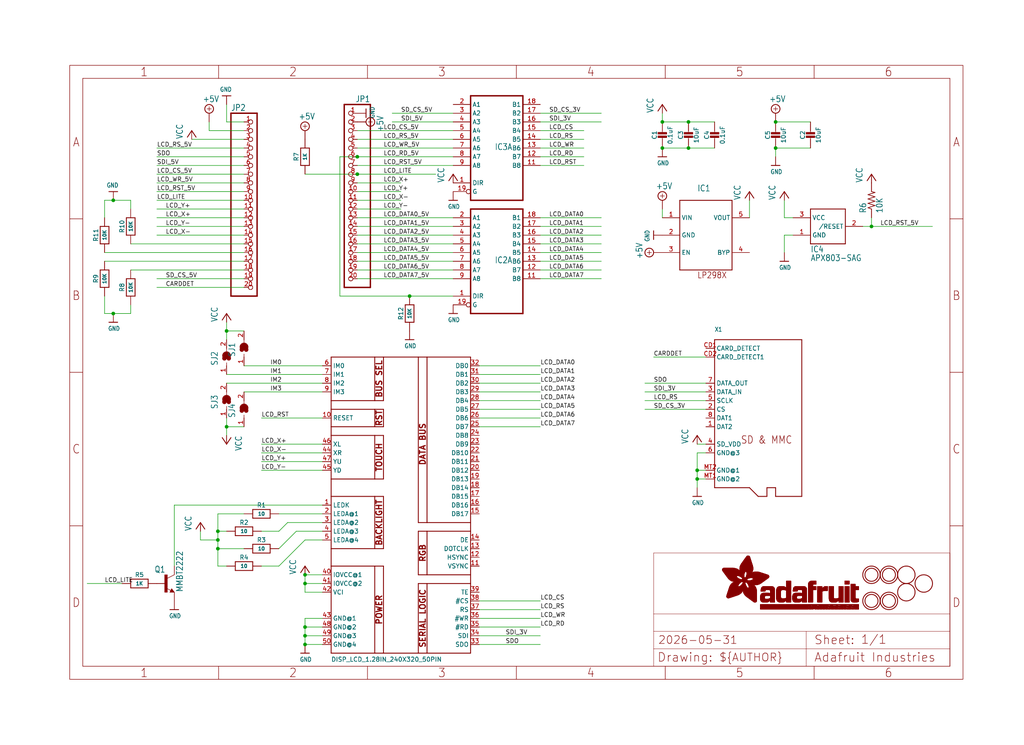
<source format=kicad_sch>
(kicad_sch (version 20230121) (generator eeschema)
  (paper "User" 298.45 217.322)
  (lib_symbols
    (symbol "working-eagle-import:+5V" (power)
      (property "Value" "+5V" (at -1.905 3.175 0))
      (symbol "+5V_1_0"
        (pin power_in line (at 0 -2.54 90) (length 2.54) (name "+5V") (number "1"))
      )
    )
    (symbol "working-eagle-import:-NPN-SOT23-BEC"
      (property "Reference" "T" (at -10.16 7.62 0))
      (symbol "-NPN-SOT23-BEC_1_0"
        (pin passive line (at -2.54 0 0) (length 2.54) (name "B") (number "B"))
        (pin passive line (at 2.54 5.08 270) (length 2.54) (name "C") (number "C"))
        (pin passive line (at 2.54 -5.08 90) (length 2.54) (name "E") (number "E"))
      )
    )
    (symbol "working-eagle-import:74245DW"
      (property "Reference" "IC" (at -0.635 -0.635 0))
      (symbol "74245DW_1_0"
        (pin input line (at -12.7 -10.16 0) (length 5.08) (name "DIR") (number "1"))
        (pin bidirectional line (at 12.7 -5.08 180) (length 5.08) (name "B8") (number "11"))
        (pin bidirectional line (at 12.7 -2.54 180) (length 5.08) (name "B7") (number "12"))
        (pin bidirectional line (at 12.7 0 180) (length 5.08) (name "B6") (number "13"))
        (pin bidirectional line (at 12.7 2.54 180) (length 5.08) (name "B5") (number "14"))
        (pin bidirectional line (at 12.7 5.08 180) (length 5.08) (name "B4") (number "15"))
        (pin bidirectional line (at 12.7 7.62 180) (length 5.08) (name "B3") (number "16"))
        (pin bidirectional line (at 12.7 10.16 180) (length 5.08) (name "B2") (number "17"))
        (pin bidirectional line (at 12.7 12.7 180) (length 5.08) (name "B1") (number "18"))
        (pin input inverted (at -12.7 -12.7 0) (length 5.08) (name "G") (number "19"))
        (pin bidirectional line (at -12.7 12.7 0) (length 5.08) (name "A1") (number "2"))
        (pin bidirectional line (at -12.7 10.16 0) (length 5.08) (name "A2") (number "3"))
        (pin bidirectional line (at -12.7 7.62 0) (length 5.08) (name "A3") (number "4"))
        (pin bidirectional line (at -12.7 5.08 0) (length 5.08) (name "A4") (number "5"))
        (pin bidirectional line (at -12.7 2.54 0) (length 5.08) (name "A5") (number "6"))
        (pin bidirectional line (at -12.7 0 0) (length 5.08) (name "A6") (number "7"))
        (pin bidirectional line (at -12.7 -2.54 0) (length 5.08) (name "A7") (number "8"))
        (pin bidirectional line (at -12.7 -5.08 0) (length 5.08) (name "A8") (number "9"))
      )
      (symbol "74245DW_2_0"
        (text "GND" (at 1.905 -5.842 900) (effects (font (size 1.27 1.0795)) (justify left bottom)))
        (text "VCC" (at 1.905 2.54 900) (effects (font (size 1.27 1.0795)) (justify left bottom)))
        (pin power_in line (at 0 -7.62 90) (length 5.08) (name "GND") (number "10"))
        (pin power_in line (at 0 7.62 270) (length 5.08) (name "VCC") (number "20"))
      )
    )
    (symbol "working-eagle-import:AXP083-SAG"
      (property "Reference" "IC" (at -5.08 -7.62 0))
      (symbol "AXP083-SAG_1_0"
        (pin power_in line (at -10.16 -2.54 0) (length 5.08) (name "GND") (number "1"))
        (pin output line (at 10.16 0 180) (length 5.08) (name "/RESET") (number "2"))
        (pin power_in line (at -10.16 2.54 0) (length 5.08) (name "VCC") (number "3"))
      )
    )
    (symbol "working-eagle-import:CAP_CERAMIC0805-NOOUTLINE"
      (property "Reference" "C" (at -2.29 1.25 90))
      (symbol "CAP_CERAMIC0805-NOOUTLINE_1_0"
        (pin passive line (at 0 5.08 270) (length 2.54) (name "1") (number "1"))
        (pin passive line (at 0 -2.54 90) (length 2.54) (name "2") (number "2"))
      )
    )
    (symbol "working-eagle-import:DISP_LCD_1.28IN_240X320_50PIN"
      (symbol "DISP_LCD_1.28IN_240X320_50PIN_1_0"
        (text "BACKLIGHT" (at -6.35 -7.62 900) (effects (font (size 1.6764 1.6764) (thickness 0.3353) bold)))
        (text "BUS SEL" (at -6.35 34.29 900) (effects (font (size 1.6764 1.6764) (thickness 0.3353) bold)))
        (text "DATA BUS" (at 6.35 15.24 900) (effects (font (size 1.6764 1.6764) (thickness 0.3353) bold)))
        (text "POWER" (at -6.35 -33.02 900) (effects (font (size 1.6764 1.6764) (thickness 0.3353) bold)))
        (text "RGB" (at 6.35 -16.51 900) (effects (font (size 1.6764 1.6764) (thickness 0.3353) bold)))
        (text "RST" (at -6.35 22.86 900) (effects (font (size 1.6764 1.6764) (thickness 0.3353) bold)))
        (text "SERIAL LOGIC" (at 6.35 -35.56 900) (effects (font (size 1.6764 1.6764) (thickness 0.3353) bold)))
        (text "TOUCH" (at -6.35 11.43 900) (effects (font (size 1.6764 1.6764) (thickness 0.3353) bold)))
        (pin bidirectional line (at -22.86 -2.54 0) (length 2.54) (name "LEDK") (number "1"))
        (pin bidirectional line (at -22.86 22.86 0) (length 2.54) (name "RESET") (number "10"))
        (pin bidirectional line (at 22.86 -20.32 180) (length 2.54) (name "VSYNC") (number "11"))
        (pin bidirectional line (at 22.86 -17.78 180) (length 2.54) (name "HSYNC") (number "12"))
        (pin bidirectional line (at 22.86 -15.24 180) (length 2.54) (name "DOTCLK") (number "13"))
        (pin bidirectional line (at 22.86 -12.7 180) (length 2.54) (name "DE") (number "14"))
        (pin bidirectional line (at 22.86 -5.08 180) (length 2.54) (name "DB17") (number "15"))
        (pin bidirectional line (at 22.86 -2.54 180) (length 2.54) (name "DB16") (number "16"))
        (pin bidirectional line (at 22.86 0 180) (length 2.54) (name "DB15") (number "17"))
        (pin bidirectional line (at 22.86 2.54 180) (length 2.54) (name "DB14") (number "18"))
        (pin bidirectional line (at 22.86 5.08 180) (length 2.54) (name "DB13") (number "19"))
        (pin bidirectional line (at -22.86 -5.08 0) (length 2.54) (name "LEDA@1") (number "2"))
        (pin bidirectional line (at 22.86 7.62 180) (length 2.54) (name "DB12") (number "20"))
        (pin bidirectional line (at 22.86 10.16 180) (length 2.54) (name "DB11") (number "21"))
        (pin bidirectional line (at 22.86 12.7 180) (length 2.54) (name "DB10") (number "22"))
        (pin bidirectional line (at 22.86 15.24 180) (length 2.54) (name "DB9") (number "23"))
        (pin bidirectional line (at 22.86 17.78 180) (length 2.54) (name "DB8") (number "24"))
        (pin bidirectional line (at 22.86 20.32 180) (length 2.54) (name "DB7") (number "25"))
        (pin bidirectional line (at 22.86 22.86 180) (length 2.54) (name "DB6") (number "26"))
        (pin bidirectional line (at 22.86 25.4 180) (length 2.54) (name "DB5") (number "27"))
        (pin bidirectional line (at 22.86 27.94 180) (length 2.54) (name "DB4") (number "28"))
        (pin bidirectional line (at 22.86 30.48 180) (length 2.54) (name "DB3") (number "29"))
        (pin bidirectional line (at -22.86 -7.62 0) (length 2.54) (name "LEDA@2") (number "3"))
        (pin bidirectional line (at 22.86 33.02 180) (length 2.54) (name "DB2") (number "30"))
        (pin bidirectional line (at 22.86 35.56 180) (length 2.54) (name "DB1") (number "31"))
        (pin bidirectional line (at 22.86 38.1 180) (length 2.54) (name "DB0") (number "32"))
        (pin bidirectional line (at 22.86 -43.18 180) (length 2.54) (name "SDO") (number "33"))
        (pin bidirectional line (at 22.86 -40.64 180) (length 2.54) (name "SDI") (number "34"))
        (pin bidirectional line (at 22.86 -38.1 180) (length 2.54) (name "#RD") (number "35"))
        (pin bidirectional line (at 22.86 -35.56 180) (length 2.54) (name "#WR") (number "36"))
        (pin bidirectional line (at 22.86 -33.02 180) (length 2.54) (name "RS") (number "37"))
        (pin bidirectional line (at 22.86 -30.48 180) (length 2.54) (name "#CS") (number "38"))
        (pin bidirectional line (at 22.86 -27.94 180) (length 2.54) (name "TE") (number "39"))
        (pin bidirectional line (at -22.86 -10.16 0) (length 2.54) (name "LEDA@3") (number "4"))
        (pin bidirectional line (at -22.86 -22.86 0) (length 2.54) (name "IOVCC@1") (number "40"))
        (pin bidirectional line (at -22.86 -25.4 0) (length 2.54) (name "IOVCC@2") (number "41"))
        (pin bidirectional line (at -22.86 -27.94 0) (length 2.54) (name "VCI") (number "42"))
        (pin bidirectional line (at -22.86 -35.56 0) (length 2.54) (name "GND@1") (number "43"))
        (pin bidirectional line (at -22.86 12.7 0) (length 2.54) (name "XR") (number "44"))
        (pin bidirectional line (at -22.86 7.62 0) (length 2.54) (name "YD") (number "45"))
        (pin bidirectional line (at -22.86 15.24 0) (length 2.54) (name "XL") (number "46"))
        (pin bidirectional line (at -22.86 10.16 0) (length 2.54) (name "YU") (number "47"))
        (pin bidirectional line (at -22.86 -38.1 0) (length 2.54) (name "GND@2") (number "48"))
        (pin bidirectional line (at -22.86 -40.64 0) (length 2.54) (name "GND@3") (number "49"))
        (pin bidirectional line (at -22.86 -12.7 0) (length 2.54) (name "LEDA@4") (number "5"))
        (pin bidirectional line (at -22.86 -43.18 0) (length 2.54) (name "GND@4") (number "50"))
        (pin bidirectional line (at -22.86 38.1 0) (length 2.54) (name "IM0") (number "6"))
        (pin bidirectional line (at -22.86 35.56 0) (length 2.54) (name "IM1") (number "7"))
        (pin bidirectional line (at -22.86 33.02 0) (length 2.54) (name "IM2") (number "8"))
        (pin bidirectional line (at -22.86 30.48 0) (length 2.54) (name "IM3") (number "9"))
      )
    )
    (symbol "working-eagle-import:FIDUCIAL")
    (symbol "working-eagle-import:FRAME_A4_ADAFRUIT"
      (symbol "FRAME_A4_ADAFRUIT_1_0"
        (text "${#}/${##}" (at 230.505 10.16 0) (effects (font (size 2.54 2.54)) (justify left bottom)))
        (text "${AUTHOR}" (at 189.23 5.08 0) (effects (font (size 2.286 2.286)) (justify left bottom)))
        (text "${CURRENT_DATE}" (at 171.45 10.16 0) (effects (font (size 2.286 2.286)) (justify left bottom)))
        (text "${PROJECTNAME}" (at 171.45 15.24 0) (effects (font (size 2.54 2.54)) (justify left bottom)))
        (text "1" (at 21.6958 1.905 0) (effects (font (size 2.54 2.286))))
        (text "1" (at 21.6958 177.165 0) (effects (font (size 2.54 2.286))))
        (text "2" (at 65.0875 1.905 0) (effects (font (size 2.54 2.286))))
        (text "2" (at 65.0875 177.165 0) (effects (font (size 2.54 2.286))))
        (text "3" (at 108.4792 1.905 0) (effects (font (size 2.54 2.286))))
        (text "3" (at 108.4792 177.165 0) (effects (font (size 2.54 2.286))))
        (text "4" (at 151.8708 1.905 0) (effects (font (size 2.54 2.286))))
        (text "4" (at 151.8708 177.165 0) (effects (font (size 2.54 2.286))))
        (text "5" (at 195.2625 1.905 0) (effects (font (size 2.54 2.286))))
        (text "5" (at 195.2625 177.165 0) (effects (font (size 2.54 2.286))))
        (text "6" (at 238.6542 1.905 0) (effects (font (size 2.54 2.286))))
        (text "6" (at 238.6542 177.165 0) (effects (font (size 2.54 2.286))))
        (text "A" (at 1.905 156.6863 0) (effects (font (size 2.54 2.286))))
        (text "A" (at 258.445 156.6863 0) (effects (font (size 2.54 2.286))))
        (text "Adafruit Industries" (at 216.916 4.953 0) (effects (font (size 2.54 2.54)) (justify left bottom)))
        (text "B" (at 1.905 111.9188 0) (effects (font (size 2.54 2.286))))
        (text "B" (at 258.445 111.9188 0) (effects (font (size 2.54 2.286))))
        (text "C" (at 1.905 67.1513 0) (effects (font (size 2.54 2.286))))
        (text "C" (at 258.445 67.1513 0) (effects (font (size 2.54 2.286))))
        (text "D" (at 1.905 22.3838 0) (effects (font (size 2.54 2.286))))
        (text "D" (at 258.445 22.3838 0) (effects (font (size 2.54 2.286))))
        (text "Drawing:" (at 171.196 4.953 0) (effects (font (size 2.54 2.54)) (justify left bottom)))
        (text "Sheet:" (at 216.916 10.033 0) (effects (font (size 2.54 2.54)) (justify left bottom)))
      )
    )
    (symbol "working-eagle-import:GND" (power)
      (property "Value" "GND" (at -1.524 -2.54 0))
      (symbol "GND_1_0"
        (pin power_in line (at 0 2.54 270) (length 2.54) (name "GND") (number "1"))
      )
    )
    (symbol "working-eagle-import:HEADER-1X20ROUND"
      (property "Reference" "JP" (at -6.35 26.035 0))
      (symbol "HEADER-1X20ROUND_1_0"
        (pin passive inverted (at -2.54 22.86 0) (length 2.54) (name "1") (number "1"))
        (pin passive inverted (at -2.54 0 0) (length 2.54) (name "10") (number "10"))
        (pin passive inverted (at -2.54 -2.54 0) (length 2.54) (name "11") (number "11"))
        (pin passive inverted (at -2.54 -5.08 0) (length 2.54) (name "12") (number "12"))
        (pin passive inverted (at -2.54 -7.62 0) (length 2.54) (name "13") (number "13"))
        (pin passive inverted (at -2.54 -10.16 0) (length 2.54) (name "14") (number "14"))
        (pin passive inverted (at -2.54 -12.7 0) (length 2.54) (name "15") (number "15"))
        (pin passive inverted (at -2.54 -15.24 0) (length 2.54) (name "16") (number "16"))
        (pin passive inverted (at -2.54 -17.78 0) (length 2.54) (name "17") (number "17"))
        (pin passive inverted (at -2.54 -20.32 0) (length 2.54) (name "18") (number "18"))
        (pin passive inverted (at -2.54 -22.86 0) (length 2.54) (name "19") (number "19"))
        (pin passive inverted (at -2.54 20.32 0) (length 2.54) (name "2") (number "2"))
        (pin passive inverted (at -2.54 -25.4 0) (length 2.54) (name "20") (number "20"))
        (pin passive inverted (at -2.54 17.78 0) (length 2.54) (name "3") (number "3"))
        (pin passive inverted (at -2.54 15.24 0) (length 2.54) (name "4") (number "4"))
        (pin passive inverted (at -2.54 12.7 0) (length 2.54) (name "5") (number "5"))
        (pin passive inverted (at -2.54 10.16 0) (length 2.54) (name "6") (number "6"))
        (pin passive inverted (at -2.54 7.62 0) (length 2.54) (name "7") (number "7"))
        (pin passive inverted (at -2.54 5.08 0) (length 2.54) (name "8") (number "8"))
        (pin passive inverted (at -2.54 2.54 0) (length 2.54) (name "9") (number "9"))
      )
    )
    (symbol "working-eagle-import:LP298XS"
      (property "Reference" "IC" (at -12.7 -5.08 90))
      (symbol "LP298XS_1_0"
        (text "LP298X" (at 12.7 -5.08 900) (effects (font (size 1.778 1.5113)) (justify left bottom)))
        (pin bidirectional line (at -5.08 -15.24 90) (length 5.08) (name "VIN") (number "1"))
        (pin bidirectional line (at 0 -15.24 90) (length 5.08) (name "GND") (number "2"))
        (pin bidirectional line (at 5.08 -15.24 90) (length 5.08) (name "EN") (number "3"))
        (pin bidirectional line (at 5.08 10.16 270) (length 5.08) (name "BYP") (number "4"))
        (pin bidirectional line (at -5.08 10.16 270) (length 5.08) (name "VOUT") (number "5"))
      )
    )
    (symbol "working-eagle-import:MICROSD"
      (property "Reference" "X" (at -12.7 22.606 0))
      (symbol "MICROSD_1_0"
        (text "SD & MMC" (at -5.08 -10.16 0) (effects (font (size 2.1844 1.8567)) (justify left bottom)))
        (pin bidirectional line (at -15.24 -5.08 0) (length 2.54) (name "DAT2") (number "1"))
        (pin input line (at -15.24 0 0) (length 2.54) (name "CS") (number "2"))
        (pin input line (at -15.24 5.08 0) (length 2.54) (name "DATA_IN") (number "3"))
        (pin power_in line (at -15.24 -10.16 0) (length 2.54) (name "SD_VDD") (number "4"))
        (pin input line (at -15.24 2.54 0) (length 2.54) (name "SCLK") (number "5"))
        (pin power_in line (at -15.24 -12.7 0) (length 2.54) (name "GND@3") (number "6"))
        (pin output line (at -15.24 7.62 0) (length 2.54) (name "DATA_OUT") (number "7"))
        (pin bidirectional line (at -15.24 -2.54 0) (length 2.54) (name "DAT1") (number "8"))
        (pin passive line (at -15.24 17.78 0) (length 2.54) (name "CARD_DETECT") (number "CD1"))
        (pin passive line (at -15.24 15.24 0) (length 2.54) (name "CARD_DETECT1") (number "CD2"))
        (pin power_in line (at -15.24 -20.32 0) (length 2.54) (name "GND@2") (number "MT1"))
        (pin power_in line (at -15.24 -17.78 0) (length 2.54) (name "GND@1") (number "MT2"))
      )
    )
    (symbol "working-eagle-import:MOUNTINGHOLE3.0THIN")
    (symbol "working-eagle-import:R-US_R0805"
      (property "Reference" "R" (at -3.81 1.4986 0))
      (symbol "R-US_R0805_1_0"
        (pin passive line (at -5.08 0 0) (length 2.54) (name "1") (number "1"))
        (pin passive line (at 5.08 0 180) (length 2.54) (name "2") (number "2"))
      )
    )
    (symbol "working-eagle-import:RESISTOR0805_NOOUTLINE"
      (property "Reference" "R" (at 0 2.54 0))
      (symbol "RESISTOR0805_NOOUTLINE_1_0"
        (pin passive line (at -5.08 0 0) (length 2.54) (name "1") (number "1"))
        (pin passive line (at 5.08 0 180) (length 2.54) (name "2") (number "2"))
      )
    )
    (symbol "working-eagle-import:SOLDERJUMPER"
      (property "Reference" "SJ" (at -2.54 2.54 0))
      (symbol "SOLDERJUMPER_1_0"
        (pin passive line (at -5.08 0 0) (length 2.54) (name "1") (number "1"))
        (pin passive line (at 5.08 0 180) (length 2.54) (name "2") (number "2"))
      )
    )
    (symbol "working-eagle-import:VCC" (power)
      (property "Value" "VCC" (at -2.54 -2.54 90))
      (symbol "VCC_1_0"
        (pin power_in line (at 0 -2.54 90) (length 2.54) (name "VCC") (number "1"))
      )
    )
  )
  (junction (at 66.04 96.52))
  (junction (at 33.02 58.42))
  (junction (at 33.02 91.44))
  (junction (at 200.66 43.18))
  (junction (at 226.06 35.56))
  (junction (at 88.9 187.96))
  (junction (at 66.04 124.46))
  (junction (at 104.14 45.72))
  (junction (at 254 66.04))
  (junction (at 203.2 137.16))
  (junction (at 63.5 154.94))
  (junction (at 203.2 139.7))
  (junction (at 88.9 167.64))
  (junction (at 88.9 170.18))
  (junction (at 193.04 35.56))
  (junction (at 200.66 35.56))
  (junction (at 104.14 50.8))
  (junction (at 119.38 86.36))
  (junction (at 226.06 43.18))
  (junction (at 63.5 157.48))
  (junction (at 88.9 185.42))
  (junction (at 88.9 182.88))
  (junction (at 63.5 160.02))
  (junction (at 193.04 43.18))
  (wire (pts (xy 175.26 81.28) (xy 157.48 81.28)) (stroke (width 0.1524)))
  (wire (pts (xy 81.28 160.02) (xy 86.36 154.94)) (stroke (width 0.1524)))
  (wire (pts (xy 175.26 68.58) (xy 157.48 68.58)) (stroke (width 0.1524)))
  (wire (pts (xy 71.12 124.46) (xy 66.04 124.46)) (stroke (width 0.1524)))
  (wire (pts (xy 71.12 68.58) (xy 45.72 68.58)) (stroke (width 0.1524)))
  (wire (pts (xy 30.48 76.2) (xy 71.12 76.2)) (stroke (width 0.1524)))
  (wire (pts (xy 157.48 35.56) (xy 175.26 35.56)) (stroke (width 0.1524)))
  (wire (pts (xy 63.5 165.1) (xy 63.5 160.02)) (stroke (width 0.1524)))
  (wire (pts (xy 55.88 40.64) (xy 71.12 40.64)) (stroke (width 0.1524)))
  (wire (pts (xy 38.1 71.12) (xy 71.12 71.12)) (stroke (width 0.1524)))
  (wire (pts (xy 104.14 48.26) (xy 132.08 48.26)) (stroke (width 0.1524)))
  (wire (pts (xy 139.7 187.96) (xy 157.48 187.96)) (stroke (width 0.1524)))
  (wire (pts (xy 33.02 58.42) (xy 30.48 58.42)) (stroke (width 0.1524)))
  (wire (pts (xy 88.9 185.42) (xy 93.98 185.42)) (stroke (width 0.1524)))
  (wire (pts (xy 45.72 43.18) (xy 71.12 43.18)) (stroke (width 0.1524)))
  (wire (pts (xy 175.26 66.04) (xy 157.48 66.04)) (stroke (width 0.1524)))
  (wire (pts (xy 203.2 132.08) (xy 203.2 137.16)) (stroke (width 0.1524)))
  (wire (pts (xy 86.36 154.94) (xy 93.98 154.94)) (stroke (width 0.1524)))
  (wire (pts (xy 231.14 63.5) (xy 228.6 63.5)) (stroke (width 0.1524)))
  (wire (pts (xy 200.66 35.56) (xy 193.04 35.56)) (stroke (width 0.1524)))
  (wire (pts (xy 71.12 78.74) (xy 38.1 78.74)) (stroke (width 0.1524)))
  (wire (pts (xy 81.28 154.94) (xy 83.82 152.4)) (stroke (width 0.1524)))
  (wire (pts (xy 93.98 137.16) (xy 76.2 137.16)) (stroke (width 0.1524)))
  (wire (pts (xy 157.48 38.1) (xy 170.18 38.1)) (stroke (width 0.1524)))
  (wire (pts (xy 228.6 73.66) (xy 228.6 68.58)) (stroke (width 0.1524)))
  (wire (pts (xy 104.14 38.1) (xy 132.08 38.1)) (stroke (width 0.1524)))
  (wire (pts (xy 76.2 165.1) (xy 81.28 165.1)) (stroke (width 0.1524)))
  (wire (pts (xy 114.3 33.02) (xy 132.08 33.02)) (stroke (width 0.1524)))
  (wire (pts (xy 205.74 116.84) (xy 187.96 116.84)) (stroke (width 0.1524)))
  (wire (pts (xy 175.26 63.5) (xy 157.48 63.5)) (stroke (width 0.1524)))
  (wire (pts (xy 175.26 71.12) (xy 157.48 71.12)) (stroke (width 0.1524)))
  (wire (pts (xy 58.42 157.48) (xy 63.5 157.48)) (stroke (width 0.1524)))
  (wire (pts (xy 226.06 35.56) (xy 236.22 35.56)) (stroke (width 0.1524)))
  (wire (pts (xy 139.7 175.26) (xy 157.48 175.26)) (stroke (width 0.1524)))
  (wire (pts (xy 139.7 124.46) (xy 157.48 124.46)) (stroke (width 0.1524)))
  (wire (pts (xy 66.04 93.98) (xy 66.04 96.52)) (stroke (width 0.1524)))
  (wire (pts (xy 71.12 63.5) (xy 45.72 63.5)) (stroke (width 0.1524)))
  (wire (pts (xy 81.28 165.1) (xy 88.9 157.48)) (stroke (width 0.1524)))
  (wire (pts (xy 66.04 109.22) (xy 93.98 109.22)) (stroke (width 0.1524)))
  (wire (pts (xy 93.98 129.54) (xy 76.2 129.54)) (stroke (width 0.1524)))
  (wire (pts (xy 71.12 60.96) (xy 45.72 60.96)) (stroke (width 0.1524)))
  (wire (pts (xy 139.7 180.34) (xy 157.48 180.34)) (stroke (width 0.1524)))
  (wire (pts (xy 33.02 91.44) (xy 38.1 91.44)) (stroke (width 0.1524)))
  (wire (pts (xy 45.72 55.88) (xy 71.12 55.88)) (stroke (width 0.1524)))
  (wire (pts (xy 66.04 124.46) (xy 66.04 121.92)) (stroke (width 0.1524)))
  (wire (pts (xy 200.66 35.56) (xy 208.28 35.56)) (stroke (width 0.1524)))
  (wire (pts (xy 83.82 152.4) (xy 93.98 152.4)) (stroke (width 0.1524)))
  (wire (pts (xy 187.96 119.38) (xy 205.74 119.38)) (stroke (width 0.1524)))
  (wire (pts (xy 205.74 129.54) (xy 203.2 129.54)) (stroke (width 0.1524)))
  (wire (pts (xy 66.04 165.1) (xy 63.5 165.1)) (stroke (width 0.1524)))
  (wire (pts (xy 63.5 149.86) (xy 71.12 149.86)) (stroke (width 0.1524)))
  (wire (pts (xy 81.28 149.86) (xy 93.98 149.86)) (stroke (width 0.1524)))
  (wire (pts (xy 205.74 114.3) (xy 187.96 114.3)) (stroke (width 0.1524)))
  (wire (pts (xy 35.56 170.18) (xy 25.4 170.18)) (stroke (width 0.1524)))
  (wire (pts (xy 88.9 182.88) (xy 88.9 185.42)) (stroke (width 0.1524)))
  (wire (pts (xy 139.7 119.38) (xy 157.48 119.38)) (stroke (width 0.1524)))
  (wire (pts (xy 104.14 50.8) (xy 127 50.8)) (stroke (width 0.1524)))
  (wire (pts (xy 132.08 86.36) (xy 119.38 86.36)) (stroke (width 0.1524)))
  (wire (pts (xy 45.72 81.28) (xy 71.12 81.28)) (stroke (width 0.1524)))
  (wire (pts (xy 93.98 114.3) (xy 71.12 114.3)) (stroke (width 0.1524)))
  (wire (pts (xy 157.48 48.26) (xy 170.18 48.26)) (stroke (width 0.1524)))
  (wire (pts (xy 132.08 35.56) (xy 114.3 35.56)) (stroke (width 0.1524)))
  (wire (pts (xy 88.9 180.34) (xy 88.9 182.88)) (stroke (width 0.1524)))
  (wire (pts (xy 58.42 154.94) (xy 58.42 157.48)) (stroke (width 0.1524)))
  (wire (pts (xy 38.1 58.42) (xy 33.02 58.42)) (stroke (width 0.1524)))
  (wire (pts (xy 193.04 33.02) (xy 193.04 35.56)) (stroke (width 0.1524)))
  (wire (pts (xy 193.04 43.18) (xy 200.66 43.18)) (stroke (width 0.1524)))
  (wire (pts (xy 93.98 111.76) (xy 66.04 111.76)) (stroke (width 0.1524)))
  (wire (pts (xy 50.8 147.32) (xy 93.98 147.32)) (stroke (width 0.1524)))
  (wire (pts (xy 132.08 76.2) (xy 104.14 76.2)) (stroke (width 0.1524)))
  (wire (pts (xy 208.28 43.18) (xy 200.66 43.18)) (stroke (width 0.1524)))
  (wire (pts (xy 30.48 86.36) (xy 30.48 91.44)) (stroke (width 0.1524)))
  (wire (pts (xy 175.26 76.2) (xy 157.48 76.2)) (stroke (width 0.1524)))
  (wire (pts (xy 226.06 45.72) (xy 226.06 43.18)) (stroke (width 0.1524)))
  (wire (pts (xy 132.08 66.04) (xy 104.14 66.04)) (stroke (width 0.1524)))
  (wire (pts (xy 38.1 60.96) (xy 38.1 58.42)) (stroke (width 0.1524)))
  (wire (pts (xy 205.74 132.08) (xy 203.2 132.08)) (stroke (width 0.1524)))
  (wire (pts (xy 88.9 172.72) (xy 88.9 170.18)) (stroke (width 0.1524)))
  (wire (pts (xy 63.5 160.02) (xy 71.12 160.02)) (stroke (width 0.1524)))
  (wire (pts (xy 93.98 134.62) (xy 76.2 134.62)) (stroke (width 0.1524)))
  (wire (pts (xy 71.12 35.56) (xy 66.04 35.56)) (stroke (width 0.1524)))
  (wire (pts (xy 132.08 71.12) (xy 104.14 71.12)) (stroke (width 0.1524)))
  (wire (pts (xy 66.04 127) (xy 66.04 124.46)) (stroke (width 0.1524)))
  (wire (pts (xy 175.26 73.66) (xy 157.48 73.66)) (stroke (width 0.1524)))
  (wire (pts (xy 93.98 132.08) (xy 76.2 132.08)) (stroke (width 0.1524)))
  (wire (pts (xy 63.5 157.48) (xy 63.5 154.94)) (stroke (width 0.1524)))
  (wire (pts (xy 66.04 99.06) (xy 66.04 96.52)) (stroke (width 0.1524)))
  (wire (pts (xy 203.2 139.7) (xy 203.2 137.16)) (stroke (width 0.1524)))
  (wire (pts (xy 157.48 45.72) (xy 170.18 45.72)) (stroke (width 0.1524)))
  (wire (pts (xy 76.2 154.94) (xy 81.28 154.94)) (stroke (width 0.1524)))
  (wire (pts (xy 139.7 106.68) (xy 157.48 106.68)) (stroke (width 0.1524)))
  (wire (pts (xy 104.14 60.96) (xy 116.84 60.96)) (stroke (width 0.1524)))
  (wire (pts (xy 104.14 45.72) (xy 132.08 45.72)) (stroke (width 0.1524)))
  (wire (pts (xy 132.08 63.5) (xy 104.14 63.5)) (stroke (width 0.1524)))
  (wire (pts (xy 139.7 116.84) (xy 157.48 116.84)) (stroke (width 0.1524)))
  (wire (pts (xy 93.98 106.68) (xy 71.12 106.68)) (stroke (width 0.1524)))
  (wire (pts (xy 30.48 91.44) (xy 33.02 91.44)) (stroke (width 0.1524)))
  (wire (pts (xy 88.9 170.18) (xy 93.98 170.18)) (stroke (width 0.1524)))
  (wire (pts (xy 157.48 40.64) (xy 170.18 40.64)) (stroke (width 0.1524)))
  (wire (pts (xy 76.2 121.92) (xy 93.98 121.92)) (stroke (width 0.1524)))
  (wire (pts (xy 139.7 121.92) (xy 157.48 121.92)) (stroke (width 0.1524)))
  (wire (pts (xy 88.9 187.96) (xy 93.98 187.96)) (stroke (width 0.1524)))
  (wire (pts (xy 175.26 78.74) (xy 157.48 78.74)) (stroke (width 0.1524)))
  (wire (pts (xy 157.48 43.18) (xy 170.18 43.18)) (stroke (width 0.1524)))
  (wire (pts (xy 104.14 45.72) (xy 99.06 45.72)) (stroke (width 0.1524)))
  (wire (pts (xy 254 66.04) (xy 271.78 66.04)) (stroke (width 0.1524)))
  (wire (pts (xy 203.2 139.7) (xy 203.2 142.24)) (stroke (width 0.1524)))
  (wire (pts (xy 71.12 48.26) (xy 45.72 48.26)) (stroke (width 0.1524)))
  (wire (pts (xy 104.14 53.34) (xy 116.84 53.34)) (stroke (width 0.1524)))
  (wire (pts (xy 218.44 58.42) (xy 218.44 63.5)) (stroke (width 0.1524)))
  (wire (pts (xy 30.48 58.42) (xy 30.48 63.5)) (stroke (width 0.1524)))
  (wire (pts (xy 139.7 182.88) (xy 157.48 182.88)) (stroke (width 0.1524)))
  (wire (pts (xy 132.08 78.74) (xy 104.14 78.74)) (stroke (width 0.1524)))
  (wire (pts (xy 254 63.5) (xy 254 66.04)) (stroke (width 0.1524)))
  (wire (pts (xy 71.12 66.04) (xy 45.72 66.04)) (stroke (width 0.1524)))
  (wire (pts (xy 71.12 58.42) (xy 45.72 58.42)) (stroke (width 0.1524)))
  (wire (pts (xy 63.5 154.94) (xy 63.5 149.86)) (stroke (width 0.1524)))
  (wire (pts (xy 139.7 114.3) (xy 157.48 114.3)) (stroke (width 0.1524)))
  (wire (pts (xy 45.72 50.8) (xy 71.12 50.8)) (stroke (width 0.1524)))
  (wire (pts (xy 157.48 33.02) (xy 175.26 33.02)) (stroke (width 0.1524)))
  (wire (pts (xy 93.98 182.88) (xy 88.9 182.88)) (stroke (width 0.1524)))
  (wire (pts (xy 203.2 137.16) (xy 205.74 137.16)) (stroke (width 0.1524)))
  (wire (pts (xy 119.38 86.36) (xy 99.06 86.36)) (stroke (width 0.1524)))
  (wire (pts (xy 66.04 154.94) (xy 63.5 154.94)) (stroke (width 0.1524)))
  (wire (pts (xy 38.1 91.44) (xy 38.1 88.9)) (stroke (width 0.1524)))
  (wire (pts (xy 71.12 38.1) (xy 60.96 38.1)) (stroke (width 0.1524)))
  (wire (pts (xy 88.9 185.42) (xy 88.9 187.96)) (stroke (width 0.1524)))
  (wire (pts (xy 30.48 73.66) (xy 71.12 73.66)) (stroke (width 0.1524)))
  (wire (pts (xy 60.96 38.1) (xy 60.96 35.56)) (stroke (width 0.1524)))
  (wire (pts (xy 139.7 111.76) (xy 157.48 111.76)) (stroke (width 0.1524)))
  (wire (pts (xy 132.08 81.28) (xy 104.14 81.28)) (stroke (width 0.1524)))
  (wire (pts (xy 104.14 55.88) (xy 116.84 55.88)) (stroke (width 0.1524)))
  (wire (pts (xy 205.74 139.7) (xy 203.2 139.7)) (stroke (width 0.1524)))
  (wire (pts (xy 50.8 165.1) (xy 50.8 147.32)) (stroke (width 0.1524)))
  (wire (pts (xy 228.6 63.5) (xy 228.6 58.42)) (stroke (width 0.1524)))
  (wire (pts (xy 99.06 86.36) (xy 99.06 45.72)) (stroke (width 0.1524)))
  (wire (pts (xy 139.7 109.22) (xy 157.48 109.22)) (stroke (width 0.1524)))
  (wire (pts (xy 63.5 160.02) (xy 63.5 157.48)) (stroke (width 0.1524)))
  (wire (pts (xy 104.14 43.18) (xy 132.08 43.18)) (stroke (width 0.1524)))
  (wire (pts (xy 93.98 172.72) (xy 88.9 172.72)) (stroke (width 0.1524)))
  (wire (pts (xy 71.12 83.82) (xy 45.72 83.82)) (stroke (width 0.1524)))
  (wire (pts (xy 132.08 68.58) (xy 104.14 68.58)) (stroke (width 0.1524)))
  (wire (pts (xy 139.7 185.42) (xy 157.48 185.42)) (stroke (width 0.1524)))
  (wire (pts (xy 226.06 43.18) (xy 236.22 43.18)) (stroke (width 0.1524)))
  (wire (pts (xy 45.72 45.72) (xy 71.12 45.72)) (stroke (width 0.1524)))
  (wire (pts (xy 93.98 167.64) (xy 88.9 167.64)) (stroke (width 0.1524)))
  (wire (pts (xy 104.14 58.42) (xy 116.84 58.42)) (stroke (width 0.1524)))
  (wire (pts (xy 88.9 157.48) (xy 93.98 157.48)) (stroke (width 0.1524)))
  (wire (pts (xy 187.96 111.76) (xy 205.74 111.76)) (stroke (width 0.1524)))
  (wire (pts (xy 228.6 68.58) (xy 231.14 68.58)) (stroke (width 0.1524)))
  (wire (pts (xy 251.46 66.04) (xy 254 66.04)) (stroke (width 0.1524)))
  (wire (pts (xy 66.04 96.52) (xy 71.12 96.52)) (stroke (width 0.1524)))
  (wire (pts (xy 104.14 40.64) (xy 132.08 40.64)) (stroke (width 0.1524)))
  (wire (pts (xy 205.74 104.14) (xy 190.5 104.14)) (stroke (width 0.1524)))
  (wire (pts (xy 88.9 167.64) (xy 88.9 170.18)) (stroke (width 0.1524)))
  (wire (pts (xy 104.14 50.8) (xy 88.9 50.8)) (stroke (width 0.1524)))
  (wire (pts (xy 139.7 177.8) (xy 157.48 177.8)) (stroke (width 0.1524)))
  (wire (pts (xy 193.04 60.96) (xy 193.04 63.5)) (stroke (width 0.1524)))
  (wire (pts (xy 66.04 35.56) (xy 66.04 30.48)) (stroke (width 0.1524)))
  (wire (pts (xy 45.72 53.34) (xy 71.12 53.34)) (stroke (width 0.1524)))
  (wire (pts (xy 132.08 73.66) (xy 104.14 73.66)) (stroke (width 0.1524)))
  (wire (pts (xy 93.98 180.34) (xy 88.9 180.34)) (stroke (width 0.1524)))
  (label "IM2" (at 78.74 111.76 0) (effects (font (size 1.2446 1.2446))))
  (label "LCD_X+" (at 48.26 63.5 0) (effects (font (size 1.2446 1.2446))))
  (label "LCD_LITE" (at 45.72 58.42 0) (effects (font (size 1.2446 1.2446))))
  (label "LCD_DATA5" (at 157.48 119.38 0) (effects (font (size 1.2446 1.2446))))
  (label "LCD_RST_5V" (at 111.76 48.26 0) (effects (font (size 1.2446 1.2446))))
  (label "LCD_Y+" (at 111.76 55.88 0) (effects (font (size 1.2446 1.2446))))
  (label "SDO" (at 147.32 187.96 0) (effects (font (size 1.2446 1.2446))))
  (label "LCD_RS_5V" (at 111.76 40.64 0) (effects (font (size 1.2446 1.2446))))
  (label "LCD_DATA6" (at 160.02 78.74 0) (effects (font (size 1.2446 1.2446))))
  (label "LCD_DATA6_5V" (at 111.76 78.74 0) (effects (font (size 1.2446 1.2446))))
  (label "LCD_DATA3_5V" (at 111.76 71.12 0) (effects (font (size 1.2446 1.2446))))
  (label "LCD_DATA1_5V" (at 111.76 66.04 0) (effects (font (size 1.2446 1.2446))))
  (label "LCD_Y+" (at 76.2 134.62 0) (effects (font (size 1.2446 1.2446))))
  (label "LCD_X+" (at 76.2 129.54 0) (effects (font (size 1.2446 1.2446))))
  (label "LCD_WR" (at 157.48 180.34 0) (effects (font (size 1.2446 1.2446))))
  (label "LCD_Y-" (at 111.76 60.96 0) (effects (font (size 1.2446 1.2446))))
  (label "LCD_RST" (at 76.2 121.92 0) (effects (font (size 1.2446 1.2446))))
  (label "LCD_Y-" (at 76.2 137.16 0) (effects (font (size 1.2446 1.2446))))
  (label "CARDDET" (at 48.26 83.82 0) (effects (font (size 1.2446 1.2446))))
  (label "LCD_RS" (at 160.02 40.64 0) (effects (font (size 1.2446 1.2446))))
  (label "LCD_X+" (at 111.76 53.34 0) (effects (font (size 1.2446 1.2446))))
  (label "SDI_3V" (at 160.02 35.56 0) (effects (font (size 1.2446 1.2446))))
  (label "LCD_CS" (at 157.48 175.26 0) (effects (font (size 1.2446 1.2446))))
  (label "LCD_DATA0" (at 157.48 106.68 0) (effects (font (size 1.2446 1.2446))))
  (label "LCD_LITE" (at 30.48 170.18 0) (effects (font (size 1.2446 1.2446))))
  (label "LCD_DATA0" (at 160.02 63.5 0) (effects (font (size 1.2446 1.2446))))
  (label "LCD_WR" (at 160.02 43.18 0) (effects (font (size 1.2446 1.2446))))
  (label "SDO" (at 190.5 111.76 0) (effects (font (size 1.2446 1.2446))))
  (label "LCD_RST_5V" (at 45.72 55.88 0) (effects (font (size 1.2446 1.2446))))
  (label "LCD_WR_5V" (at 45.72 53.34 0) (effects (font (size 1.2446 1.2446))))
  (label "LCD_X-" (at 48.26 68.58 0) (effects (font (size 1.2446 1.2446))))
  (label "LCD_X-" (at 111.76 58.42 0) (effects (font (size 1.2446 1.2446))))
  (label "SDI_5V" (at 45.72 48.26 0) (effects (font (size 1.2446 1.2446))))
  (label "LCD_DATA0_5V" (at 111.76 63.5 0) (effects (font (size 1.2446 1.2446))))
  (label "LCD_WR_5V" (at 111.76 43.18 0) (effects (font (size 1.2446 1.2446))))
  (label "LCD_DATA2" (at 160.02 68.58 0) (effects (font (size 1.2446 1.2446))))
  (label "SDI_3V" (at 147.32 185.42 0) (effects (font (size 1.2446 1.2446))))
  (label "LCD_RD" (at 160.02 45.72 0) (effects (font (size 1.2446 1.2446))))
  (label "LCD_DATA6" (at 157.48 121.92 0) (effects (font (size 1.2446 1.2446))))
  (label "LCD_DATA3" (at 160.02 71.12 0) (effects (font (size 1.2446 1.2446))))
  (label "SD_CS_3V" (at 160.02 33.02 0) (effects (font (size 1.2446 1.2446))))
  (label "LCD_CS" (at 160.02 38.1 0) (effects (font (size 1.2446 1.2446))))
  (label "LCD_RS" (at 157.48 177.8 0) (effects (font (size 1.2446 1.2446))))
  (label "LCD_DATA5_5V" (at 111.76 76.2 0) (effects (font (size 1.2446 1.2446))))
  (label "LCD_DATA7" (at 157.48 124.46 0) (effects (font (size 1.2446 1.2446))))
  (label "LCD_X-" (at 76.2 132.08 0) (effects (font (size 1.2446 1.2446))))
  (label "SD_CS_5V" (at 48.26 81.28 0) (effects (font (size 1.2446 1.2446))))
  (label "SDO" (at 45.72 45.72 0) (effects (font (size 1.2446 1.2446))))
  (label "LCD_RST_5V" (at 256.54 66.04 0) (effects (font (size 1.2446 1.2446))))
  (label "SD_CS_3V" (at 190.5 119.38 0) (effects (font (size 1.2446 1.2446))))
  (label "LCD_RD_5V" (at 111.76 45.72 0) (effects (font (size 1.2446 1.2446))))
  (label "LCD_RS_5V" (at 45.72 43.18 0) (effects (font (size 1.2446 1.2446))))
  (label "LCD_Y+" (at 48.26 60.96 0) (effects (font (size 1.2446 1.2446))))
  (label "SD_CS_5V" (at 116.84 33.02 0) (effects (font (size 1.2446 1.2446))))
  (label "LCD_RS" (at 190.5 116.84 0) (effects (font (size 1.2446 1.2446))))
  (label "LCD_CS_5V" (at 45.72 50.8 0) (effects (font (size 1.2446 1.2446))))
  (label "LCD_DATA1" (at 160.02 66.04 0) (effects (font (size 1.2446 1.2446))))
  (label "LCD_RD" (at 157.48 182.88 0) (effects (font (size 1.2446 1.2446))))
  (label "LCD_DATA2" (at 157.48 111.76 0) (effects (font (size 1.2446 1.2446))))
  (label "LCD_DATA2_5V" (at 111.76 68.58 0) (effects (font (size 1.2446 1.2446))))
  (label "LCD_RST" (at 160.02 48.26 0) (effects (font (size 1.2446 1.2446))))
  (label "IM3" (at 78.74 114.3 0) (effects (font (size 1.2446 1.2446))))
  (label "LCD_DATA4" (at 157.48 116.84 0) (effects (font (size 1.2446 1.2446))))
  (label "SDI_5V" (at 116.84 35.56 0) (effects (font (size 1.2446 1.2446))))
  (label "LCD_Y-" (at 48.26 66.04 0) (effects (font (size 1.2446 1.2446))))
  (label "LCD_CS_5V" (at 111.76 38.1 0) (effects (font (size 1.2446 1.2446))))
  (label "LCD_DATA4_5V" (at 111.76 73.66 0) (effects (font (size 1.2446 1.2446))))
  (label "LCD_DATA3" (at 157.48 114.3 0) (effects (font (size 1.2446 1.2446))))
  (label "IM1" (at 78.74 109.22 0) (effects (font (size 1.2446 1.2446))))
  (label "SDI_3V" (at 190.5 114.3 0) (effects (font (size 1.2446 1.2446))))
  (label "LCD_LITE" (at 111.76 50.8 0) (effects (font (size 1.2446 1.2446))))
  (label "LCD_DATA5" (at 160.02 76.2 0) (effects (font (size 1.2446 1.2446))))
  (label "LCD_DATA7_5V" (at 111.76 81.28 0) (effects (font (size 1.2446 1.2446))))
  (label "CARDDET" (at 190.5 104.14 0) (effects (font (size 1.2446 1.2446))))
  (label "LCD_DATA1" (at 157.48 109.22 0) (effects (font (size 1.2446 1.2446))))
  (label "LCD_DATA4" (at 160.02 73.66 0) (effects (font (size 1.2446 1.2446))))
  (label "LCD_DATA7" (at 160.02 81.28 0) (effects (font (size 1.2446 1.2446))))
  (label "IM0" (at 78.74 106.68 0) (effects (font (size 1.2446 1.2446))))
  (symbol (lib_id "working-eagle-import:VCC") (at 228.6 55.88 0) (unit 1)
    (property "Reference" "#P+7" (effects hide))
    (property "Value" "VCC" (at 226.06 58.42 90) (effects (font (size 1.778 1.5113)) (justify left bottom)))
  )
  (symbol (lib_id "working-eagle-import:VCC") (at 88.9 165.1 0) (unit 1)
    (property "Reference" "#P+8" (effects hide))
    (property "Value" "VCC" (at 86.36 167.64 90) (effects (font (size 1.778 1.5113)) (justify left bottom)))
  )
  (symbol (lib_id "working-eagle-import:CAP_CERAMIC0805-NOOUTLINE") (at 236.22 40.64 0) (unit 1)
    (property "Reference" "C2" (at 233.93 39.39 90))
    (property "Value" "10uF" (at 238.52 39.39 90))
    (property "Footprint" "working:0805-NO" (effects hide))
  )
  (symbol (lib_id "working-eagle-import:R-US_R0805") (at 254 58.42 90) (unit 1)
    (property "Reference" "R6" (at 252.5014 62.23 0) (effects (font (size 1.778 1.5113)) (justify left bottom)))
    (property "Value" "10K" (at 257.302 62.23 0) (effects (font (size 1.778 1.5113)) (justify left bottom)))
    (property "Footprint" "working:R0805" (effects hide))
  )
  (symbol (lib_id "working-eagle-import:+5V") (at 60.96 33.02 0) (unit 1)
    (property "Reference" "#SUPPLY4" (effects hide))
    (property "Value" "+5V" (at 59.055 29.845 0) (effects (font (size 1.778 1.5113)) (justify left bottom)))
  )
  (symbol (lib_id "working-eagle-import:VCC") (at 66.04 91.44 0) (unit 1)
    (property "Reference" "#P+11" (effects hide))
    (property "Value" "VCC" (at 63.5 93.98 90) (effects (font (size 1.778 1.5113)) (justify left bottom)))
  )
  (symbol (lib_id "working-eagle-import:MOUNTINGHOLE3.0THIN") (at 259.08 167.64 0) (unit 1)
    (property "Reference" "U$7" (effects hide))
    (property "Value" "MOUNTINGHOLE3.0THIN" (effects hide))
    (property "Footprint" "working:MOUNTINGHOLE_3.0_PLATEDTHIN" (effects hide))
  )
  (symbol (lib_id "working-eagle-import:RESISTOR0805_NOOUTLINE") (at 38.1 83.82 90) (unit 1)
    (property "Reference" "R8" (at 35.56 83.82 0))
    (property "Value" "10K" (at 38.1 83.82 0) (effects (font (size 1.016 1.016) bold)))
    (property "Footprint" "working:0805-NO" (effects hide))
  )
  (symbol (lib_id "working-eagle-import:CAP_CERAMIC0805-NOOUTLINE") (at 208.28 40.64 0) (unit 1)
    (property "Reference" "C4" (at 205.99 39.39 90))
    (property "Value" "0.1uF" (at 210.58 39.39 90))
    (property "Footprint" "working:0805-NO" (effects hide))
  )
  (symbol (lib_id "working-eagle-import:GND") (at 66.04 27.94 180) (unit 1)
    (property "Reference" "#U$2" (effects hide))
    (property "Value" "GND" (at 67.564 25.4 0) (effects (font (size 1.27 1.0795)) (justify left bottom)))
  )
  (symbol (lib_id "working-eagle-import:LP298XS") (at 208.28 68.58 270) (unit 1)
    (property "Reference" "IC1" (at 203.2 55.88 90) (effects (font (size 1.778 1.5113)) (justify left bottom)))
    (property "Value" "LP298XS" (effects hide))
    (property "Footprint" "working:SOT23-5L" (effects hide))
  )
  (symbol (lib_id "working-eagle-import:AXP083-SAG") (at 241.3 66.04 0) (unit 1)
    (property "Reference" "IC4" (at 236.22 73.66 0) (effects (font (size 1.778 1.5113)) (justify left bottom)))
    (property "Value" "APX803-SAG" (at 236.22 76.2 0) (effects (font (size 1.778 1.5113)) (justify left bottom)))
    (property "Footprint" "working:SOT23" (effects hide))
  )
  (symbol (lib_id "working-eagle-import:FIDUCIAL") (at 264.16 172.72 0) (unit 1)
    (property "Reference" "U$11" (effects hide))
    (property "Value" "FIDUCIAL" (effects hide))
    (property "Footprint" "working:FIDUCIAL_1MM" (effects hide))
  )
  (symbol (lib_id "working-eagle-import:74245DW") (at 144.78 43.18 0) (unit 1)
    (property "Reference" "IC3" (at 144.145 43.815 0) (effects (font (size 1.778 1.5113)) (justify left bottom)))
    (property "Value" "74245DW" (effects hide))
    (property "Footprint" "working:SO20W" (effects hide))
  )
  (symbol (lib_id "working-eagle-import:GND") (at 106.68 33.02 90) (unit 1)
    (property "Reference" "#U$5" (effects hide))
    (property "Value" "GND" (at 109.22 34.544 0) (effects (font (size 1.27 1.0795)) (justify left bottom)))
  )
  (symbol (lib_id "working-eagle-import:VCC") (at 55.88 38.1 0) (unit 1)
    (property "Reference" "#P+2" (effects hide))
    (property "Value" "VCC" (at 53.34 40.64 90) (effects (font (size 1.778 1.5113)) (justify left bottom)))
  )
  (symbol (lib_id "working-eagle-import:+5V") (at 106.68 35.56 270) (unit 1)
    (property "Reference" "#SUPPLY1" (effects hide))
    (property "Value" "+5V" (at 109.855 33.655 0) (effects (font (size 1.778 1.5113)) (justify left bottom)))
  )
  (symbol (lib_id "working-eagle-import:CAP_CERAMIC0805-NOOUTLINE") (at 226.06 40.64 0) (unit 1)
    (property "Reference" "C5" (at 223.77 39.39 90))
    (property "Value" "10uF" (at 228.36 39.39 90))
    (property "Footprint" "working:0805-NO" (effects hide))
  )
  (symbol (lib_id "working-eagle-import:VCC") (at 193.04 30.48 0) (unit 1)
    (property "Reference" "#P+6" (effects hide))
    (property "Value" "VCC" (at 190.5 33.02 90) (effects (font (size 1.778 1.5113)) (justify left bottom)))
  )
  (symbol (lib_id "working-eagle-import:SOLDERJUMPER") (at 66.04 116.84 90) (unit 1)
    (property "Reference" "SJ3" (at 63.5 119.38 0) (effects (font (size 1.778 1.5113)) (justify left bottom)))
    (property "Value" "SOLDERJUMPER" (effects hide))
    (property "Footprint" "working:SOLDERJUMPER_ARROW_NOPASTE" (effects hide))
  )
  (symbol (lib_id "working-eagle-import:MOUNTINGHOLE3.0THIN") (at 259.08 175.26 0) (unit 1)
    (property "Reference" "U$16" (effects hide))
    (property "Value" "MOUNTINGHOLE3.0THIN" (effects hide))
    (property "Footprint" "working:MOUNTINGHOLE_3.0_PLATEDTHIN" (effects hide))
  )
  (symbol (lib_id "working-eagle-import:MICROSD") (at 220.98 119.38 0) (unit 1)
    (property "Reference" "X1" (at 208.28 96.774 0) (effects (font (size 1.27 1.0795)) (justify left bottom)))
    (property "Value" "MICROSD" (effects hide))
    (property "Footprint" "working:MICROSD" (effects hide))
  )
  (symbol (lib_id "working-eagle-import:GND") (at 226.06 48.26 0) (unit 1)
    (property "Reference" "#U$13" (effects hide))
    (property "Value" "GND" (at 224.536 50.8 0) (effects (font (size 1.27 1.0795)) (justify left bottom)))
  )
  (symbol (lib_id "working-eagle-import:GND") (at 119.38 99.06 0) (unit 1)
    (property "Reference" "#U$22" (effects hide))
    (property "Value" "GND" (at 117.856 101.6 0) (effects (font (size 1.27 1.0795)) (justify left bottom)))
  )
  (symbol (lib_id "working-eagle-import:GND") (at 132.08 91.44 0) (unit 1)
    (property "Reference" "#U$8" (effects hide))
    (property "Value" "GND" (at 130.556 93.98 0) (effects (font (size 1.27 1.0795)) (justify left bottom)))
  )
  (symbol (lib_id "working-eagle-import:VCC") (at 218.44 55.88 0) (unit 1)
    (property "Reference" "#P+5" (effects hide))
    (property "Value" "VCC" (at 215.9 58.42 90) (effects (font (size 1.778 1.5113)) (justify left bottom)))
  )
  (symbol (lib_id "working-eagle-import:GND") (at 50.8 177.8 0) (unit 1)
    (property "Reference" "#U$6" (effects hide))
    (property "Value" "GND" (at 49.276 180.34 0) (effects (font (size 1.27 1.0795)) (justify left bottom)))
  )
  (symbol (lib_id "working-eagle-import:RESISTOR0805_NOOUTLINE") (at 71.12 165.1 0) (unit 1)
    (property "Reference" "R4" (at 71.12 162.56 0))
    (property "Value" "10" (at 71.12 165.1 0) (effects (font (size 1.016 1.016) bold)))
    (property "Footprint" "working:0805-NO" (effects hide))
  )
  (symbol (lib_id "working-eagle-import:-NPN-SOT23-BEC") (at 48.26 170.18 0) (unit 1)
    (property "Reference" "Q1" (at 48.26 165.1 0) (effects (font (size 1.778 1.5113)) (justify right top)))
    (property "Value" "MMBT2222" (at 53.34 172.72 90) (effects (font (size 1.778 1.5113)) (justify left bottom)))
    (property "Footprint" "working:SOT23-BEC" (effects hide))
  )
  (symbol (lib_id "working-eagle-import:VCC") (at 58.42 152.4 0) (unit 1)
    (property "Reference" "#P+1" (effects hide))
    (property "Value" "VCC" (at 55.88 154.94 90) (effects (font (size 1.778 1.5113)) (justify left bottom)))
  )
  (symbol (lib_id "working-eagle-import:GND") (at 193.04 45.72 0) (unit 1)
    (property "Reference" "#U$4" (effects hide))
    (property "Value" "GND" (at 191.516 48.26 0) (effects (font (size 1.27 1.0795)) (justify left bottom)))
  )
  (symbol (lib_id "working-eagle-import:+5V") (at 193.04 58.42 0) (unit 1)
    (property "Reference" "#SUPPLY2" (effects hide))
    (property "Value" "+5V" (at 191.135 55.245 0) (effects (font (size 1.778 1.5113)) (justify left bottom)))
  )
  (symbol (lib_id "working-eagle-import:CAP_CERAMIC0805-NOOUTLINE") (at 200.66 40.64 0) (unit 1)
    (property "Reference" "C3" (at 198.37 39.39 90))
    (property "Value" "10uF" (at 202.96 39.39 90))
    (property "Footprint" "working:0805-NO" (effects hide))
  )
  (symbol (lib_id "working-eagle-import:SOLDERJUMPER") (at 66.04 104.14 90) (unit 1)
    (property "Reference" "SJ2" (at 63.5 106.68 0) (effects (font (size 1.778 1.5113)) (justify left bottom)))
    (property "Value" "SOLDERJUMPER" (effects hide))
    (property "Footprint" "working:SOLDERJUMPER_ARROW_NOPASTE" (effects hide))
  )
  (symbol (lib_id "working-eagle-import:DISP_LCD_1.28IN_240X320_50PIN") (at 116.84 144.78 0) (unit 1)
    (property "Reference" "U$10" (effects hide))
    (property "Value" "DISP_LCD_1.28IN_240X320_50PIN" (at 96.52 193.04 0) (effects (justify left bottom)))
    (property "Footprint" "working:TFT_2.83IN_240X320_50PIN" (effects hide))
  )
  (symbol (lib_id "working-eagle-import:GND") (at 228.6 76.2 0) (unit 1)
    (property "Reference" "#U$3" (effects hide))
    (property "Value" "GND" (at 227.076 78.74 0) (effects (font (size 1.27 1.0795)) (justify left bottom)))
  )
  (symbol (lib_id "working-eagle-import:RESISTOR0805_NOOUTLINE") (at 40.64 170.18 0) (unit 1)
    (property "Reference" "R5" (at 40.64 167.64 0))
    (property "Value" "1K" (at 40.64 170.18 0) (effects (font (size 1.016 1.016) bold)))
    (property "Footprint" "working:0805-NO" (effects hide))
  )
  (symbol (lib_id "working-eagle-import:GND") (at 33.02 55.88 180) (unit 1)
    (property "Reference" "#U$21" (effects hide))
    (property "Value" "GND" (at 34.544 53.34 0) (effects (font (size 1.27 1.0795)) (justify left bottom)))
  )
  (symbol (lib_id "working-eagle-import:FRAME_A4_ADAFRUIT") (at 20.32 198.12 0) (unit 1)
    (property "Reference" "#U$25" (effects hide))
    (property "Value" "FRAME_A4_ADAFRUIT" (effects hide))
  )
  (symbol (lib_id "working-eagle-import:RESISTOR0805_NOOUTLINE") (at 76.2 160.02 0) (unit 1)
    (property "Reference" "R3" (at 76.2 157.48 0))
    (property "Value" "10" (at 76.2 160.02 0) (effects (font (size 1.016 1.016) bold)))
    (property "Footprint" "working:0805-NO" (effects hide))
  )
  (symbol (lib_id "working-eagle-import:FIDUCIAL") (at 269.24 170.18 0) (unit 1)
    (property "Reference" "U$9" (effects hide))
    (property "Value" "FIDUCIAL" (effects hide))
    (property "Footprint" "working:FIDUCIAL_1MM" (effects hide))
  )
  (symbol (lib_id "working-eagle-import:74245DW") (at 144.78 76.2 0) (unit 1)
    (property "Reference" "IC2" (at 144.145 76.835 0) (effects (font (size 1.778 1.5113)) (justify left bottom)))
    (property "Value" "74245DW" (effects hide))
    (property "Footprint" "working:SO20W" (effects hide))
  )
  (symbol (lib_id "working-eagle-import:VCC") (at 203.2 127 0) (unit 1)
    (property "Reference" "#P+3" (effects hide))
    (property "Value" "VCC" (at 200.66 129.54 90) (effects (font (size 1.778 1.5113)) (justify left bottom)))
  )
  (symbol (lib_id "working-eagle-import:+5V") (at 88.9 38.1 0) (unit 1)
    (property "Reference" "#SUPPLY6" (effects hide))
    (property "Value" "+5V" (at 86.995 34.925 0) (effects (font (size 1.778 1.5113)) (justify left bottom)))
  )
  (symbol (lib_id "working-eagle-import:MOUNTINGHOLE3.0THIN") (at 254 167.64 0) (unit 1)
    (property "Reference" "U$15" (effects hide))
    (property "Value" "MOUNTINGHOLE3.0THIN" (effects hide))
    (property "Footprint" "working:MOUNTINGHOLE_3.0_PLATEDTHIN" (effects hide))
  )
  (symbol (lib_id "working-eagle-import:RESISTOR0805_NOOUTLINE") (at 30.48 81.28 90) (unit 1)
    (property "Reference" "R9" (at 27.94 81.28 0))
    (property "Value" "10K" (at 30.48 81.28 0) (effects (font (size 1.016 1.016) bold)))
    (property "Footprint" "working:0805-NO" (effects hide))
  )
  (symbol (lib_id "working-eagle-import:GND") (at 33.02 93.98 0) (unit 1)
    (property "Reference" "#U$20" (effects hide))
    (property "Value" "GND" (at 31.496 96.52 0) (effects (font (size 1.27 1.0795)) (justify left bottom)))
  )
  (symbol (lib_id "working-eagle-import:HEADER-1X20ROUND") (at 101.6 55.88 0) (mirror y) (unit 1)
    (property "Reference" "JP1" (at 107.95 29.845 0) (effects (font (size 1.778 1.5113)) (justify left bottom)))
    (property "Value" "HEADER-1X20ROUND" (effects hide))
    (property "Footprint" "working:1X20_ROUND" (effects hide))
  )
  (symbol (lib_id "working-eagle-import:CAP_CERAMIC0805-NOOUTLINE") (at 193.04 40.64 0) (unit 1)
    (property "Reference" "C1" (at 190.75 39.39 90))
    (property "Value" "0.1uF" (at 195.34 39.39 90))
    (property "Footprint" "working:0805-NO" (effects hide))
  )
  (symbol (lib_id "working-eagle-import:RESISTOR0805_NOOUTLINE") (at 71.12 154.94 0) (unit 1)
    (property "Reference" "R2" (at 71.12 152.4 0))
    (property "Value" "10" (at 71.12 154.94 0) (effects (font (size 1.016 1.016) bold)))
    (property "Footprint" "working:0805-NO" (effects hide))
  )
  (symbol (lib_id "working-eagle-import:SOLDERJUMPER") (at 71.12 119.38 90) (unit 1)
    (property "Reference" "SJ4" (at 68.58 121.92 0) (effects (font (size 1.778 1.5113)) (justify left bottom)))
    (property "Value" "SOLDERJUMPER" (effects hide))
    (property "Footprint" "working:SOLDERJUMPER_ARROW_NOPASTE" (effects hide))
  )
  (symbol (lib_id "working-eagle-import:VCC") (at 132.08 50.8 0) (unit 1)
    (property "Reference" "#P+4" (effects hide))
    (property "Value" "VCC" (at 129.54 53.34 90) (effects (font (size 1.778 1.5113)) (justify left bottom)))
  )
  (symbol (lib_id "working-eagle-import:+5V") (at 190.5 73.66 90) (unit 1)
    (property "Reference" "#SUPPLY3" (effects hide))
    (property "Value" "+5V" (at 187.325 75.565 0) (effects (font (size 1.778 1.5113)) (justify left bottom)))
  )
  (symbol (lib_id "working-eagle-import:RESISTOR0805_NOOUTLINE") (at 38.1 66.04 90) (unit 1)
    (property "Reference" "R10" (at 35.56 66.04 0))
    (property "Value" "10K" (at 38.1 66.04 0) (effects (font (size 1.016 1.016) bold)))
    (property "Footprint" "working:0805-NO" (effects hide))
  )
  (symbol (lib_id "working-eagle-import:RESISTOR0805_NOOUTLINE") (at 76.2 149.86 0) (unit 1)
    (property "Reference" "R1" (at 76.2 147.32 0))
    (property "Value" "10" (at 76.2 149.86 0) (effects (font (size 1.016 1.016) bold)))
    (property "Footprint" "working:0805-NO" (effects hide))
  )
  (symbol (lib_id "working-eagle-import:GND") (at 88.9 190.5 0) (unit 1)
    (property "Reference" "#U$14" (effects hide))
    (property "Value" "GND" (at 87.376 193.04 0) (effects (font (size 1.27 1.0795)) (justify left bottom)))
  )
  (symbol (lib_id "working-eagle-import:VCC") (at 66.04 129.54 180) (unit 1)
    (property "Reference" "#P+10" (effects hide))
    (property "Value" "VCC" (at 68.58 127 90) (effects (font (size 1.778 1.5113)) (justify left bottom)))
  )
  (symbol (lib_id "working-eagle-import:GND") (at 203.2 144.78 0) (unit 1)
    (property "Reference" "#U$18" (effects hide))
    (property "Value" "GND" (at 201.676 147.32 0) (effects (font (size 1.27 1.0795)) (justify left bottom)))
  )
  (symbol (lib_id "working-eagle-import:MOUNTINGHOLE3.0THIN") (at 254 175.26 0) (unit 1)
    (property "Reference" "U$17" (effects hide))
    (property "Value" "MOUNTINGHOLE3.0THIN" (effects hide))
    (property "Footprint" "working:MOUNTINGHOLE_3.0_PLATEDTHIN" (effects hide))
  )
  (symbol (lib_id "working-eagle-import:RESISTOR0805_NOOUTLINE") (at 88.9 45.72 90) (unit 1)
    (property "Reference" "R7" (at 86.36 45.72 0))
    (property "Value" "1K" (at 88.9 45.72 0) (effects (font (size 1.016 1.016) bold)))
    (property "Footprint" "working:0805-NO" (effects hide))
  )
  (symbol (lib_id "working-eagle-import:VCC") (at 254 50.8 0) (unit 1)
    (property "Reference" "#P+9" (effects hide))
    (property "Value" "VCC" (at 251.46 53.34 90) (effects (font (size 1.778 1.5113)) (justify left bottom)))
  )
  (symbol (lib_id "working-eagle-import:GND") (at 190.5 68.58 270) (unit 1)
    (property "Reference" "#U$1" (effects hide))
    (property "Value" "GND" (at 187.96 67.056 0) (effects (font (size 1.27 1.0795)) (justify left bottom)))
  )
  (symbol (lib_id "working-eagle-import:+5V") (at 226.06 33.02 0) (unit 1)
    (property "Reference" "#SUPPLY5" (effects hide))
    (property "Value" "+5V" (at 224.155 29.845 0) (effects (font (size 1.778 1.5113)) (justify left bottom)))
  )
  (symbol (lib_id "working-eagle-import:GND") (at 132.08 58.42 0) (unit 1)
    (property "Reference" "#U$12" (effects hide))
    (property "Value" "GND" (at 130.556 60.96 0) (effects (font (size 1.27 1.0795)) (justify left bottom)))
  )
  (symbol (lib_id "working-eagle-import:HEADER-1X20ROUND") (at 73.66 58.42 0) (unit 1)
    (property "Reference" "JP2" (at 67.31 32.385 0) (effects (font (size 1.778 1.5113)) (justify left bottom)))
    (property "Value" "HEADER-1X20ROUND" (effects hide))
    (property "Footprint" "working:1X20_ROUND" (effects hide))
  )
  (symbol (lib_id "working-eagle-import:RESISTOR0805_NOOUTLINE") (at 119.38 91.44 90) (unit 1)
    (property "Reference" "R12" (at 116.84 91.44 0))
    (property "Value" "10K" (at 119.38 91.44 0) (effects (font (size 1.016 1.016) bold)))
    (property "Footprint" "working:0805-NO" (effects hide))
  )
  (symbol (lib_id "working-eagle-import:RESISTOR0805_NOOUTLINE") (at 30.48 68.58 90) (unit 1)
    (property "Reference" "R11" (at 27.94 68.58 0))
    (property "Value" "10K" (at 30.48 68.58 0) (effects (font (size 1.016 1.016) bold)))
    (property "Footprint" "working:0805-NO" (effects hide))
  )
  (symbol (lib_id "working-eagle-import:SOLDERJUMPER") (at 71.12 101.6 90) (unit 1)
    (property "Reference" "SJ1" (at 68.58 104.14 0) (effects (font (size 1.778 1.5113)) (justify left bottom)))
    (property "Value" "SOLDERJUMPER" (effects hide))
    (property "Footprint" "working:SOLDERJUMPER_ARROW_NOPASTE" (effects hide))
  )
  (symbol (lib_id "working-eagle-import:FIDUCIAL") (at 264.16 167.64 0) (unit 1)
    (property "Reference" "U$23" (effects hide))
    (property "Value" "FIDUCIAL" (effects hide))
    (property "Footprint" "working:FIDUCIAL_1MM" (effects hide))
  )
)
</source>
